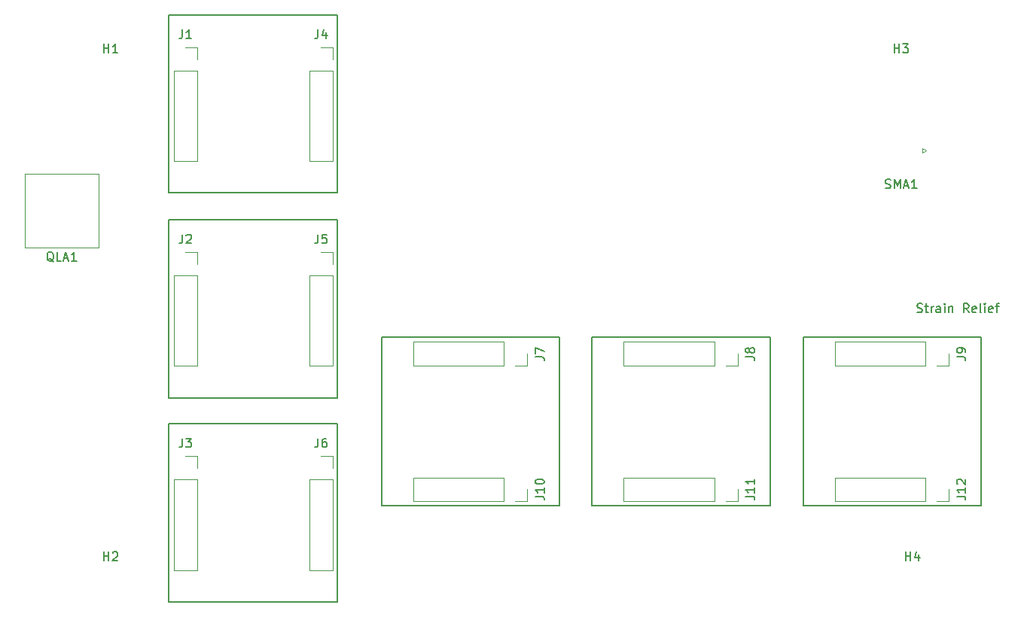
<source format=gbr>
%TF.GenerationSoftware,KiCad,Pcbnew,(6.0.4)*%
%TF.CreationDate,2022-04-28T22:30:41-04:00*%
%TF.ProjectId,cap_motherboad,6361705f-6d6f-4746-9865-72626f61642e,rev?*%
%TF.SameCoordinates,Original*%
%TF.FileFunction,Legend,Top*%
%TF.FilePolarity,Positive*%
%FSLAX46Y46*%
G04 Gerber Fmt 4.6, Leading zero omitted, Abs format (unit mm)*
G04 Created by KiCad (PCBNEW (6.0.4)) date 2022-04-28 22:30:41*
%MOMM*%
%LPD*%
G01*
G04 APERTURE LIST*
%ADD10C,0.150000*%
%ADD11C,0.120000*%
G04 APERTURE END LIST*
D10*
X151630000Y-83210000D02*
X131630000Y-83210000D01*
X131630000Y-83210000D02*
X131630000Y-102210000D01*
X131630000Y-102210000D02*
X151630000Y-102210000D01*
X151630000Y-102210000D02*
X151630000Y-83210000D01*
X84000000Y-93000000D02*
X103000000Y-93000000D01*
X103000000Y-93000000D02*
X103000000Y-113000000D01*
X103000000Y-113000000D02*
X84000000Y-113000000D01*
X84000000Y-113000000D02*
X84000000Y-93000000D01*
X84000000Y-47000000D02*
X103000000Y-47000000D01*
X103000000Y-47000000D02*
X103000000Y-67000000D01*
X103000000Y-67000000D02*
X84000000Y-67000000D01*
X84000000Y-67000000D02*
X84000000Y-47000000D01*
X175360000Y-83210000D02*
X155360000Y-83210000D01*
X155360000Y-83210000D02*
X155360000Y-102210000D01*
X155360000Y-102210000D02*
X175360000Y-102210000D01*
X175360000Y-102210000D02*
X175360000Y-83210000D01*
X84000000Y-70050000D02*
X103000000Y-70050000D01*
X103000000Y-70050000D02*
X103000000Y-90050000D01*
X103000000Y-90050000D02*
X84000000Y-90050000D01*
X84000000Y-90050000D02*
X84000000Y-70050000D01*
X127950000Y-83210000D02*
X107950000Y-83210000D01*
X107950000Y-83210000D02*
X107950000Y-102210000D01*
X107950000Y-102210000D02*
X127950000Y-102210000D01*
X127950000Y-102210000D02*
X127950000Y-83210000D01*
%TO.C,J9*%
X172632380Y-85438333D02*
X173346666Y-85438333D01*
X173489523Y-85485952D01*
X173584761Y-85581190D01*
X173632380Y-85724047D01*
X173632380Y-85819285D01*
X173632380Y-84914523D02*
X173632380Y-84724047D01*
X173584761Y-84628809D01*
X173537142Y-84581190D01*
X173394285Y-84485952D01*
X173203809Y-84438333D01*
X172822857Y-84438333D01*
X172727619Y-84485952D01*
X172680000Y-84533571D01*
X172632380Y-84628809D01*
X172632380Y-84819285D01*
X172680000Y-84914523D01*
X172727619Y-84962142D01*
X172822857Y-85009761D01*
X173060952Y-85009761D01*
X173156190Y-84962142D01*
X173203809Y-84914523D01*
X173251428Y-84819285D01*
X173251428Y-84628809D01*
X173203809Y-84533571D01*
X173156190Y-84485952D01*
X173060952Y-84438333D01*
%TO.C,J8*%
X148902380Y-85438333D02*
X149616666Y-85438333D01*
X149759523Y-85485952D01*
X149854761Y-85581190D01*
X149902380Y-85724047D01*
X149902380Y-85819285D01*
X149330952Y-84819285D02*
X149283333Y-84914523D01*
X149235714Y-84962142D01*
X149140476Y-85009761D01*
X149092857Y-85009761D01*
X148997619Y-84962142D01*
X148950000Y-84914523D01*
X148902380Y-84819285D01*
X148902380Y-84628809D01*
X148950000Y-84533571D01*
X148997619Y-84485952D01*
X149092857Y-84438333D01*
X149140476Y-84438333D01*
X149235714Y-84485952D01*
X149283333Y-84533571D01*
X149330952Y-84628809D01*
X149330952Y-84819285D01*
X149378571Y-84914523D01*
X149426190Y-84962142D01*
X149521428Y-85009761D01*
X149711904Y-85009761D01*
X149807142Y-84962142D01*
X149854761Y-84914523D01*
X149902380Y-84819285D01*
X149902380Y-84628809D01*
X149854761Y-84533571D01*
X149807142Y-84485952D01*
X149711904Y-84438333D01*
X149521428Y-84438333D01*
X149426190Y-84485952D01*
X149378571Y-84533571D01*
X149330952Y-84628809D01*
%TO.C,H2*%
X76708095Y-108402380D02*
X76708095Y-107402380D01*
X76708095Y-107878571D02*
X77279523Y-107878571D01*
X77279523Y-108402380D02*
X77279523Y-107402380D01*
X77708095Y-107497619D02*
X77755714Y-107450000D01*
X77850952Y-107402380D01*
X78089047Y-107402380D01*
X78184285Y-107450000D01*
X78231904Y-107497619D01*
X78279523Y-107592857D01*
X78279523Y-107688095D01*
X78231904Y-107830952D01*
X77660476Y-108402380D01*
X78279523Y-108402380D01*
%TO.C,J7*%
X125222380Y-85438333D02*
X125936666Y-85438333D01*
X126079523Y-85485952D01*
X126174761Y-85581190D01*
X126222380Y-85724047D01*
X126222380Y-85819285D01*
X125222380Y-85057380D02*
X125222380Y-84390714D01*
X126222380Y-84819285D01*
%TO.C,SMA1*%
X164608095Y-66444761D02*
X164750952Y-66492380D01*
X164989047Y-66492380D01*
X165084285Y-66444761D01*
X165131904Y-66397142D01*
X165179523Y-66301904D01*
X165179523Y-66206666D01*
X165131904Y-66111428D01*
X165084285Y-66063809D01*
X164989047Y-66016190D01*
X164798571Y-65968571D01*
X164703333Y-65920952D01*
X164655714Y-65873333D01*
X164608095Y-65778095D01*
X164608095Y-65682857D01*
X164655714Y-65587619D01*
X164703333Y-65540000D01*
X164798571Y-65492380D01*
X165036666Y-65492380D01*
X165179523Y-65540000D01*
X165608095Y-66492380D02*
X165608095Y-65492380D01*
X165941428Y-66206666D01*
X166274761Y-65492380D01*
X166274761Y-66492380D01*
X166703333Y-66206666D02*
X167179523Y-66206666D01*
X166608095Y-66492380D02*
X166941428Y-65492380D01*
X167274761Y-66492380D01*
X168131904Y-66492380D02*
X167560476Y-66492380D01*
X167846190Y-66492380D02*
X167846190Y-65492380D01*
X167750952Y-65635238D01*
X167655714Y-65730476D01*
X167560476Y-65778095D01*
%TO.C,H1*%
X76708095Y-51252380D02*
X76708095Y-50252380D01*
X76708095Y-50728571D02*
X77279523Y-50728571D01*
X77279523Y-51252380D02*
X77279523Y-50252380D01*
X78279523Y-51252380D02*
X77708095Y-51252380D01*
X77993809Y-51252380D02*
X77993809Y-50252380D01*
X77898571Y-50395238D01*
X77803333Y-50490476D01*
X77708095Y-50538095D01*
%TO.C,J1*%
X85566666Y-48632380D02*
X85566666Y-49346666D01*
X85519047Y-49489523D01*
X85423809Y-49584761D01*
X85280952Y-49632380D01*
X85185714Y-49632380D01*
X86566666Y-49632380D02*
X85995238Y-49632380D01*
X86280952Y-49632380D02*
X86280952Y-48632380D01*
X86185714Y-48775238D01*
X86090476Y-48870476D01*
X85995238Y-48918095D01*
%TO.C,H4*%
X166878095Y-108402380D02*
X166878095Y-107402380D01*
X166878095Y-107878571D02*
X167449523Y-107878571D01*
X167449523Y-108402380D02*
X167449523Y-107402380D01*
X168354285Y-107735714D02*
X168354285Y-108402380D01*
X168116190Y-107354761D02*
X167878095Y-108069047D01*
X168497142Y-108069047D01*
%TO.C,J5*%
X100816666Y-71682380D02*
X100816666Y-72396666D01*
X100769047Y-72539523D01*
X100673809Y-72634761D01*
X100530952Y-72682380D01*
X100435714Y-72682380D01*
X101769047Y-71682380D02*
X101292857Y-71682380D01*
X101245238Y-72158571D01*
X101292857Y-72110952D01*
X101388095Y-72063333D01*
X101626190Y-72063333D01*
X101721428Y-72110952D01*
X101769047Y-72158571D01*
X101816666Y-72253809D01*
X101816666Y-72491904D01*
X101769047Y-72587142D01*
X101721428Y-72634761D01*
X101626190Y-72682380D01*
X101388095Y-72682380D01*
X101292857Y-72634761D01*
X101245238Y-72587142D01*
%TO.C,J10*%
X125222380Y-101164523D02*
X125936666Y-101164523D01*
X126079523Y-101212142D01*
X126174761Y-101307380D01*
X126222380Y-101450238D01*
X126222380Y-101545476D01*
X126222380Y-100164523D02*
X126222380Y-100735952D01*
X126222380Y-100450238D02*
X125222380Y-100450238D01*
X125365238Y-100545476D01*
X125460476Y-100640714D01*
X125508095Y-100735952D01*
X125222380Y-99545476D02*
X125222380Y-99450238D01*
X125270000Y-99355000D01*
X125317619Y-99307380D01*
X125412857Y-99259761D01*
X125603333Y-99212142D01*
X125841428Y-99212142D01*
X126031904Y-99259761D01*
X126127142Y-99307380D01*
X126174761Y-99355000D01*
X126222380Y-99450238D01*
X126222380Y-99545476D01*
X126174761Y-99640714D01*
X126127142Y-99688333D01*
X126031904Y-99735952D01*
X125841428Y-99783571D01*
X125603333Y-99783571D01*
X125412857Y-99735952D01*
X125317619Y-99688333D01*
X125270000Y-99640714D01*
X125222380Y-99545476D01*
%TO.C,H3*%
X165608095Y-51252380D02*
X165608095Y-50252380D01*
X165608095Y-50728571D02*
X166179523Y-50728571D01*
X166179523Y-51252380D02*
X166179523Y-50252380D01*
X166560476Y-50252380D02*
X167179523Y-50252380D01*
X166846190Y-50633333D01*
X166989047Y-50633333D01*
X167084285Y-50680952D01*
X167131904Y-50728571D01*
X167179523Y-50823809D01*
X167179523Y-51061904D01*
X167131904Y-51157142D01*
X167084285Y-51204761D01*
X166989047Y-51252380D01*
X166703333Y-51252380D01*
X166608095Y-51204761D01*
X166560476Y-51157142D01*
%TO.C,Strain Relief*%
X168172380Y-80414761D02*
X168315238Y-80462380D01*
X168553333Y-80462380D01*
X168648571Y-80414761D01*
X168696190Y-80367142D01*
X168743809Y-80271904D01*
X168743809Y-80176666D01*
X168696190Y-80081428D01*
X168648571Y-80033809D01*
X168553333Y-79986190D01*
X168362857Y-79938571D01*
X168267619Y-79890952D01*
X168220000Y-79843333D01*
X168172380Y-79748095D01*
X168172380Y-79652857D01*
X168220000Y-79557619D01*
X168267619Y-79510000D01*
X168362857Y-79462380D01*
X168600952Y-79462380D01*
X168743809Y-79510000D01*
X169029523Y-79795714D02*
X169410476Y-79795714D01*
X169172380Y-79462380D02*
X169172380Y-80319523D01*
X169220000Y-80414761D01*
X169315238Y-80462380D01*
X169410476Y-80462380D01*
X169743809Y-80462380D02*
X169743809Y-79795714D01*
X169743809Y-79986190D02*
X169791428Y-79890952D01*
X169839047Y-79843333D01*
X169934285Y-79795714D01*
X170029523Y-79795714D01*
X170791428Y-80462380D02*
X170791428Y-79938571D01*
X170743809Y-79843333D01*
X170648571Y-79795714D01*
X170458095Y-79795714D01*
X170362857Y-79843333D01*
X170791428Y-80414761D02*
X170696190Y-80462380D01*
X170458095Y-80462380D01*
X170362857Y-80414761D01*
X170315238Y-80319523D01*
X170315238Y-80224285D01*
X170362857Y-80129047D01*
X170458095Y-80081428D01*
X170696190Y-80081428D01*
X170791428Y-80033809D01*
X171267619Y-80462380D02*
X171267619Y-79795714D01*
X171267619Y-79462380D02*
X171220000Y-79510000D01*
X171267619Y-79557619D01*
X171315238Y-79510000D01*
X171267619Y-79462380D01*
X171267619Y-79557619D01*
X171743809Y-79795714D02*
X171743809Y-80462380D01*
X171743809Y-79890952D02*
X171791428Y-79843333D01*
X171886666Y-79795714D01*
X172029523Y-79795714D01*
X172124761Y-79843333D01*
X172172380Y-79938571D01*
X172172380Y-80462380D01*
X173981904Y-80462380D02*
X173648571Y-79986190D01*
X173410476Y-80462380D02*
X173410476Y-79462380D01*
X173791428Y-79462380D01*
X173886666Y-79510000D01*
X173934285Y-79557619D01*
X173981904Y-79652857D01*
X173981904Y-79795714D01*
X173934285Y-79890952D01*
X173886666Y-79938571D01*
X173791428Y-79986190D01*
X173410476Y-79986190D01*
X174791428Y-80414761D02*
X174696190Y-80462380D01*
X174505714Y-80462380D01*
X174410476Y-80414761D01*
X174362857Y-80319523D01*
X174362857Y-79938571D01*
X174410476Y-79843333D01*
X174505714Y-79795714D01*
X174696190Y-79795714D01*
X174791428Y-79843333D01*
X174839047Y-79938571D01*
X174839047Y-80033809D01*
X174362857Y-80129047D01*
X175410476Y-80462380D02*
X175315238Y-80414761D01*
X175267619Y-80319523D01*
X175267619Y-79462380D01*
X175791428Y-80462380D02*
X175791428Y-79795714D01*
X175791428Y-79462380D02*
X175743809Y-79510000D01*
X175791428Y-79557619D01*
X175839047Y-79510000D01*
X175791428Y-79462380D01*
X175791428Y-79557619D01*
X176648571Y-80414761D02*
X176553333Y-80462380D01*
X176362857Y-80462380D01*
X176267619Y-80414761D01*
X176220000Y-80319523D01*
X176220000Y-79938571D01*
X176267619Y-79843333D01*
X176362857Y-79795714D01*
X176553333Y-79795714D01*
X176648571Y-79843333D01*
X176696190Y-79938571D01*
X176696190Y-80033809D01*
X176220000Y-80129047D01*
X176981904Y-79795714D02*
X177362857Y-79795714D01*
X177124761Y-80462380D02*
X177124761Y-79605238D01*
X177172380Y-79510000D01*
X177267619Y-79462380D01*
X177362857Y-79462380D01*
%TO.C,J11*%
X148902380Y-101164523D02*
X149616666Y-101164523D01*
X149759523Y-101212142D01*
X149854761Y-101307380D01*
X149902380Y-101450238D01*
X149902380Y-101545476D01*
X149902380Y-100164523D02*
X149902380Y-100735952D01*
X149902380Y-100450238D02*
X148902380Y-100450238D01*
X149045238Y-100545476D01*
X149140476Y-100640714D01*
X149188095Y-100735952D01*
X149902380Y-99212142D02*
X149902380Y-99783571D01*
X149902380Y-99497857D02*
X148902380Y-99497857D01*
X149045238Y-99593095D01*
X149140476Y-99688333D01*
X149188095Y-99783571D01*
%TO.C,J6*%
X100816666Y-94632380D02*
X100816666Y-95346666D01*
X100769047Y-95489523D01*
X100673809Y-95584761D01*
X100530952Y-95632380D01*
X100435714Y-95632380D01*
X101721428Y-94632380D02*
X101530952Y-94632380D01*
X101435714Y-94680000D01*
X101388095Y-94727619D01*
X101292857Y-94870476D01*
X101245238Y-95060952D01*
X101245238Y-95441904D01*
X101292857Y-95537142D01*
X101340476Y-95584761D01*
X101435714Y-95632380D01*
X101626190Y-95632380D01*
X101721428Y-95584761D01*
X101769047Y-95537142D01*
X101816666Y-95441904D01*
X101816666Y-95203809D01*
X101769047Y-95108571D01*
X101721428Y-95060952D01*
X101626190Y-95013333D01*
X101435714Y-95013333D01*
X101340476Y-95060952D01*
X101292857Y-95108571D01*
X101245238Y-95203809D01*
%TO.C,J3*%
X85566666Y-94632380D02*
X85566666Y-95346666D01*
X85519047Y-95489523D01*
X85423809Y-95584761D01*
X85280952Y-95632380D01*
X85185714Y-95632380D01*
X85947619Y-94632380D02*
X86566666Y-94632380D01*
X86233333Y-95013333D01*
X86376190Y-95013333D01*
X86471428Y-95060952D01*
X86519047Y-95108571D01*
X86566666Y-95203809D01*
X86566666Y-95441904D01*
X86519047Y-95537142D01*
X86471428Y-95584761D01*
X86376190Y-95632380D01*
X86090476Y-95632380D01*
X85995238Y-95584761D01*
X85947619Y-95537142D01*
%TO.C,J2*%
X85566666Y-71682380D02*
X85566666Y-72396666D01*
X85519047Y-72539523D01*
X85423809Y-72634761D01*
X85280952Y-72682380D01*
X85185714Y-72682380D01*
X85995238Y-71777619D02*
X86042857Y-71730000D01*
X86138095Y-71682380D01*
X86376190Y-71682380D01*
X86471428Y-71730000D01*
X86519047Y-71777619D01*
X86566666Y-71872857D01*
X86566666Y-71968095D01*
X86519047Y-72110952D01*
X85947619Y-72682380D01*
X86566666Y-72682380D01*
%TO.C,J12*%
X172632380Y-101164523D02*
X173346666Y-101164523D01*
X173489523Y-101212142D01*
X173584761Y-101307380D01*
X173632380Y-101450238D01*
X173632380Y-101545476D01*
X173632380Y-100164523D02*
X173632380Y-100735952D01*
X173632380Y-100450238D02*
X172632380Y-100450238D01*
X172775238Y-100545476D01*
X172870476Y-100640714D01*
X172918095Y-100735952D01*
X172727619Y-99783571D02*
X172680000Y-99735952D01*
X172632380Y-99640714D01*
X172632380Y-99402619D01*
X172680000Y-99307380D01*
X172727619Y-99259761D01*
X172822857Y-99212142D01*
X172918095Y-99212142D01*
X173060952Y-99259761D01*
X173632380Y-99831190D01*
X173632380Y-99212142D01*
%TO.C,QLA1*%
X71071428Y-74747619D02*
X70976190Y-74700000D01*
X70880952Y-74604761D01*
X70738095Y-74461904D01*
X70642857Y-74414285D01*
X70547619Y-74414285D01*
X70595238Y-74652380D02*
X70500000Y-74604761D01*
X70404761Y-74509523D01*
X70357142Y-74319047D01*
X70357142Y-73985714D01*
X70404761Y-73795238D01*
X70500000Y-73700000D01*
X70595238Y-73652380D01*
X70785714Y-73652380D01*
X70880952Y-73700000D01*
X70976190Y-73795238D01*
X71023809Y-73985714D01*
X71023809Y-74319047D01*
X70976190Y-74509523D01*
X70880952Y-74604761D01*
X70785714Y-74652380D01*
X70595238Y-74652380D01*
X71928571Y-74652380D02*
X71452380Y-74652380D01*
X71452380Y-73652380D01*
X72214285Y-74366666D02*
X72690476Y-74366666D01*
X72119047Y-74652380D02*
X72452380Y-73652380D01*
X72785714Y-74652380D01*
X73642857Y-74652380D02*
X73071428Y-74652380D01*
X73357142Y-74652380D02*
X73357142Y-73652380D01*
X73261904Y-73795238D01*
X73166666Y-73890476D01*
X73071428Y-73938095D01*
%TO.C,J4*%
X100816666Y-48632380D02*
X100816666Y-49346666D01*
X100769047Y-49489523D01*
X100673809Y-49584761D01*
X100530952Y-49632380D01*
X100435714Y-49632380D01*
X101721428Y-48965714D02*
X101721428Y-49632380D01*
X101483333Y-48584761D02*
X101245238Y-49299047D01*
X101864285Y-49299047D01*
D11*
%TO.C,J9*%
X171740000Y-86435000D02*
X170410000Y-86435000D01*
X169140000Y-83775000D02*
X158920000Y-83775000D01*
X169140000Y-86435000D02*
X158920000Y-86435000D01*
X158920000Y-83775000D02*
X158920000Y-86435000D01*
X171740000Y-85105000D02*
X171740000Y-86435000D01*
X169140000Y-83775000D02*
X169140000Y-86435000D01*
%TO.C,J8*%
X135190000Y-83775000D02*
X135190000Y-86435000D01*
X145410000Y-83775000D02*
X135190000Y-83775000D01*
X145410000Y-86435000D02*
X135190000Y-86435000D01*
X148010000Y-86435000D02*
X146680000Y-86435000D01*
X148010000Y-85105000D02*
X148010000Y-86435000D01*
X145410000Y-83775000D02*
X145410000Y-86435000D01*
%TO.C,J7*%
X121730000Y-86435000D02*
X111510000Y-86435000D01*
X111510000Y-83775000D02*
X111510000Y-86435000D01*
X124330000Y-85105000D02*
X124330000Y-86435000D01*
X121730000Y-83775000D02*
X111510000Y-83775000D01*
X124330000Y-86435000D02*
X123000000Y-86435000D01*
X121730000Y-83775000D02*
X121730000Y-86435000D01*
%TO.C,SMA1*%
X168727500Y-62480000D02*
X169227500Y-62230000D01*
X169227500Y-62230000D02*
X168727500Y-61980000D01*
X168727500Y-61980000D02*
X168727500Y-62480000D01*
%TO.C,J1*%
X87230000Y-50620000D02*
X87230000Y-51950000D01*
X85900000Y-50620000D02*
X87230000Y-50620000D01*
X84570000Y-53220000D02*
X87230000Y-53220000D01*
X87230000Y-53220000D02*
X87230000Y-63440000D01*
X84570000Y-63440000D02*
X87230000Y-63440000D01*
X84570000Y-53220000D02*
X84570000Y-63440000D01*
%TO.C,J5*%
X101150000Y-73670000D02*
X102480000Y-73670000D01*
X99820000Y-76270000D02*
X102480000Y-76270000D01*
X102480000Y-76270000D02*
X102480000Y-86490000D01*
X99820000Y-76270000D02*
X99820000Y-86490000D01*
X102480000Y-73670000D02*
X102480000Y-75000000D01*
X99820000Y-86490000D02*
X102480000Y-86490000D01*
%TO.C,J10*%
X121730000Y-99025000D02*
X111510000Y-99025000D01*
X121730000Y-99025000D02*
X121730000Y-101685000D01*
X121730000Y-101685000D02*
X111510000Y-101685000D01*
X124330000Y-100355000D02*
X124330000Y-101685000D01*
X124330000Y-101685000D02*
X123000000Y-101685000D01*
X111510000Y-99025000D02*
X111510000Y-101685000D01*
%TO.C,J11*%
X145410000Y-99025000D02*
X145410000Y-101685000D01*
X145410000Y-101685000D02*
X135190000Y-101685000D01*
X148010000Y-100355000D02*
X148010000Y-101685000D01*
X145410000Y-99025000D02*
X135190000Y-99025000D01*
X135190000Y-99025000D02*
X135190000Y-101685000D01*
X148010000Y-101685000D02*
X146680000Y-101685000D01*
%TO.C,J6*%
X102480000Y-99220000D02*
X102480000Y-109440000D01*
X101150000Y-96620000D02*
X102480000Y-96620000D01*
X99820000Y-109440000D02*
X102480000Y-109440000D01*
X102480000Y-96620000D02*
X102480000Y-97950000D01*
X99820000Y-99220000D02*
X99820000Y-109440000D01*
X99820000Y-99220000D02*
X102480000Y-99220000D01*
%TO.C,J3*%
X87230000Y-96620000D02*
X87230000Y-97950000D01*
X84570000Y-99220000D02*
X87230000Y-99220000D01*
X87230000Y-99220000D02*
X87230000Y-109440000D01*
X84570000Y-99220000D02*
X84570000Y-109440000D01*
X85900000Y-96620000D02*
X87230000Y-96620000D01*
X84570000Y-109440000D02*
X87230000Y-109440000D01*
%TO.C,J2*%
X87230000Y-76270000D02*
X87230000Y-86490000D01*
X85900000Y-73670000D02*
X87230000Y-73670000D01*
X84570000Y-86490000D02*
X87230000Y-86490000D01*
X87230000Y-73670000D02*
X87230000Y-75000000D01*
X84570000Y-76270000D02*
X87230000Y-76270000D01*
X84570000Y-76270000D02*
X84570000Y-86490000D01*
%TO.C,J12*%
X171740000Y-100355000D02*
X171740000Y-101685000D01*
X171740000Y-101685000D02*
X170410000Y-101685000D01*
X169140000Y-99025000D02*
X158920000Y-99025000D01*
X158920000Y-99025000D02*
X158920000Y-101685000D01*
X169140000Y-99025000D02*
X169140000Y-101685000D01*
X169140000Y-101685000D02*
X158920000Y-101685000D01*
%TO.C,QLA1*%
X67850000Y-64850000D02*
X76150000Y-64850000D01*
X67850000Y-73150000D02*
X67850000Y-64850000D01*
X76150000Y-73150000D02*
X76150000Y-64850000D01*
X67850000Y-73150000D02*
X76150000Y-73150000D01*
%TO.C,J4*%
X99820000Y-63440000D02*
X102480000Y-63440000D01*
X101150000Y-50620000D02*
X102480000Y-50620000D01*
X99820000Y-53220000D02*
X99820000Y-63440000D01*
X102480000Y-53220000D02*
X102480000Y-63440000D01*
X102480000Y-50620000D02*
X102480000Y-51950000D01*
X99820000Y-53220000D02*
X102480000Y-53220000D01*
%TD*%
M02*

</source>
